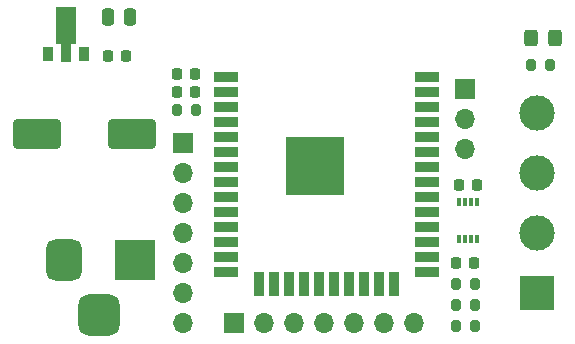
<source format=gbr>
%TF.GenerationSoftware,KiCad,Pcbnew,(6.0.9)*%
%TF.CreationDate,2023-01-18T13:19:17+01:00*%
%TF.ProjectId,WLED_All-in-one_ESP32_Controller,574c4544-5f41-46c6-9c2d-696e2d6f6e65,rev?*%
%TF.SameCoordinates,Original*%
%TF.FileFunction,Soldermask,Top*%
%TF.FilePolarity,Negative*%
%FSLAX46Y46*%
G04 Gerber Fmt 4.6, Leading zero omitted, Abs format (unit mm)*
G04 Created by KiCad (PCBNEW (6.0.9)) date 2023-01-18 13:19:17*
%MOMM*%
%LPD*%
G01*
G04 APERTURE LIST*
G04 Aperture macros list*
%AMRoundRect*
0 Rectangle with rounded corners*
0 $1 Rounding radius*
0 $2 $3 $4 $5 $6 $7 $8 $9 X,Y pos of 4 corners*
0 Add a 4 corners polygon primitive as box body*
4,1,4,$2,$3,$4,$5,$6,$7,$8,$9,$2,$3,0*
0 Add four circle primitives for the rounded corners*
1,1,$1+$1,$2,$3*
1,1,$1+$1,$4,$5*
1,1,$1+$1,$6,$7*
1,1,$1+$1,$8,$9*
0 Add four rect primitives between the rounded corners*
20,1,$1+$1,$2,$3,$4,$5,0*
20,1,$1+$1,$4,$5,$6,$7,0*
20,1,$1+$1,$6,$7,$8,$9,0*
20,1,$1+$1,$8,$9,$2,$3,0*%
%AMFreePoly0*
4,1,9,3.862500,-0.866500,0.737500,-0.866500,0.737500,-0.450000,-0.737500,-0.450000,-0.737500,0.450000,0.737500,0.450000,0.737500,0.866500,3.862500,0.866500,3.862500,-0.866500,3.862500,-0.866500,$1*%
G04 Aperture macros list end*
%ADD10RoundRect,0.225000X0.225000X0.250000X-0.225000X0.250000X-0.225000X-0.250000X0.225000X-0.250000X0*%
%ADD11R,0.900000X1.300000*%
%ADD12FreePoly0,90.000000*%
%ADD13R,0.300000X0.800000*%
%ADD14R,3.500000X3.500000*%
%ADD15RoundRect,0.750000X-0.750000X-1.000000X0.750000X-1.000000X0.750000X1.000000X-0.750000X1.000000X0*%
%ADD16RoundRect,0.875000X-0.875000X-0.875000X0.875000X-0.875000X0.875000X0.875000X-0.875000X0.875000X0*%
%ADD17RoundRect,0.200000X-0.200000X-0.275000X0.200000X-0.275000X0.200000X0.275000X-0.200000X0.275000X0*%
%ADD18RoundRect,0.225000X-0.225000X-0.250000X0.225000X-0.250000X0.225000X0.250000X-0.225000X0.250000X0*%
%ADD19RoundRect,0.250000X-0.250000X-0.475000X0.250000X-0.475000X0.250000X0.475000X-0.250000X0.475000X0*%
%ADD20R,3.000000X3.000000*%
%ADD21C,3.000000*%
%ADD22R,1.700000X1.700000*%
%ADD23O,1.700000X1.700000*%
%ADD24RoundRect,0.200000X0.200000X0.275000X-0.200000X0.275000X-0.200000X-0.275000X0.200000X-0.275000X0*%
%ADD25R,2.000000X0.900000*%
%ADD26R,0.900000X2.000000*%
%ADD27R,5.000000X5.000000*%
%ADD28RoundRect,0.250000X-0.325000X-0.450000X0.325000X-0.450000X0.325000X0.450000X-0.325000X0.450000X0*%
%ADD29RoundRect,0.250000X1.750000X1.000000X-1.750000X1.000000X-1.750000X-1.000000X1.750000X-1.000000X0*%
G04 APERTURE END LIST*
D10*
%TO.C,C7*%
X167920000Y-94742000D03*
X166370000Y-94742000D03*
%TD*%
D11*
%TO.C,U1*%
X131850000Y-77088000D03*
D12*
X133350000Y-77000500D03*
D11*
X134850000Y-77088000D03*
%TD*%
D13*
%TO.C,U3*%
X168136000Y-89636000D03*
X167636000Y-89636000D03*
X167136000Y-89636000D03*
X166636000Y-89636000D03*
X166636000Y-92736000D03*
X167136000Y-92736000D03*
X167636000Y-92736000D03*
X168136000Y-92736000D03*
%TD*%
D14*
%TO.C,J2*%
X139192000Y-94488000D03*
D15*
X133192000Y-94488000D03*
D16*
X136192000Y-99188000D03*
%TD*%
D10*
%TO.C,C6*%
X168161000Y-88138000D03*
X166611000Y-88138000D03*
%TD*%
D17*
%TO.C,R5*%
X166370000Y-96520000D03*
X168020000Y-96520000D03*
%TD*%
D18*
%TO.C,C2*%
X136906000Y-77216000D03*
X138456000Y-77216000D03*
%TD*%
D19*
%TO.C,C3*%
X136906000Y-73914000D03*
X138806000Y-73914000D03*
%TD*%
D20*
%TO.C,J3*%
X173228000Y-97282000D03*
D21*
X173228000Y-92202000D03*
X173228000Y-87122000D03*
X173228000Y-82042000D03*
%TD*%
D22*
%TO.C,J4*%
X167132000Y-80010000D03*
D23*
X167132000Y-82550000D03*
X167132000Y-85090000D03*
%TD*%
D22*
%TO.C,J1*%
X147569000Y-99822000D03*
D23*
X150109000Y-99822000D03*
X152649000Y-99822000D03*
X155189000Y-99822000D03*
X157729000Y-99822000D03*
X160269000Y-99822000D03*
X162809000Y-99822000D03*
%TD*%
D24*
%TO.C,R1*%
X144398000Y-81788000D03*
X142748000Y-81788000D03*
%TD*%
%TO.C,R3*%
X168020000Y-100076000D03*
X166370000Y-100076000D03*
%TD*%
D17*
%TO.C,R4*%
X172720000Y-77978000D03*
X174370000Y-77978000D03*
%TD*%
D22*
%TO.C,J5*%
X143256000Y-84577000D03*
D23*
X143256000Y-87117000D03*
X143256000Y-89657000D03*
X143256000Y-92197000D03*
X143256000Y-94737000D03*
X143256000Y-97277000D03*
X143256000Y-99817000D03*
%TD*%
D25*
%TO.C,U2*%
X146948000Y-79037000D03*
X146948000Y-80307000D03*
X146948000Y-81577000D03*
X146948000Y-82847000D03*
X146948000Y-84117000D03*
X146948000Y-85387000D03*
X146948000Y-86657000D03*
X146948000Y-87927000D03*
X146948000Y-89197000D03*
X146948000Y-90467000D03*
X146948000Y-91737000D03*
X146948000Y-93007000D03*
X146948000Y-94277000D03*
X146948000Y-95547000D03*
D26*
X149733000Y-96547000D03*
X151003000Y-96547000D03*
X152273000Y-96547000D03*
X153543000Y-96547000D03*
X154813000Y-96547000D03*
X156083000Y-96547000D03*
X157353000Y-96547000D03*
X158623000Y-96547000D03*
X159893000Y-96547000D03*
X161163000Y-96547000D03*
D25*
X163948000Y-95547000D03*
X163948000Y-94277000D03*
X163948000Y-93007000D03*
X163948000Y-91737000D03*
X163948000Y-90467000D03*
X163948000Y-89197000D03*
X163948000Y-87927000D03*
X163948000Y-86657000D03*
X163948000Y-85387000D03*
X163948000Y-84117000D03*
X163948000Y-82847000D03*
X163948000Y-81577000D03*
X163948000Y-80307000D03*
X163948000Y-79037000D03*
D27*
X154448000Y-86537000D03*
%TD*%
D28*
%TO.C,D1*%
X172702000Y-75692000D03*
X174752000Y-75692000D03*
%TD*%
D24*
%TO.C,R2*%
X168020000Y-98298000D03*
X166370000Y-98298000D03*
%TD*%
D29*
%TO.C,C1*%
X138938000Y-83820000D03*
X130938000Y-83820000D03*
%TD*%
D18*
%TO.C,C4*%
X142748000Y-78740000D03*
X144298000Y-78740000D03*
%TD*%
%TO.C,C5*%
X142748000Y-80264000D03*
X144298000Y-80264000D03*
%TD*%
M02*

</source>
